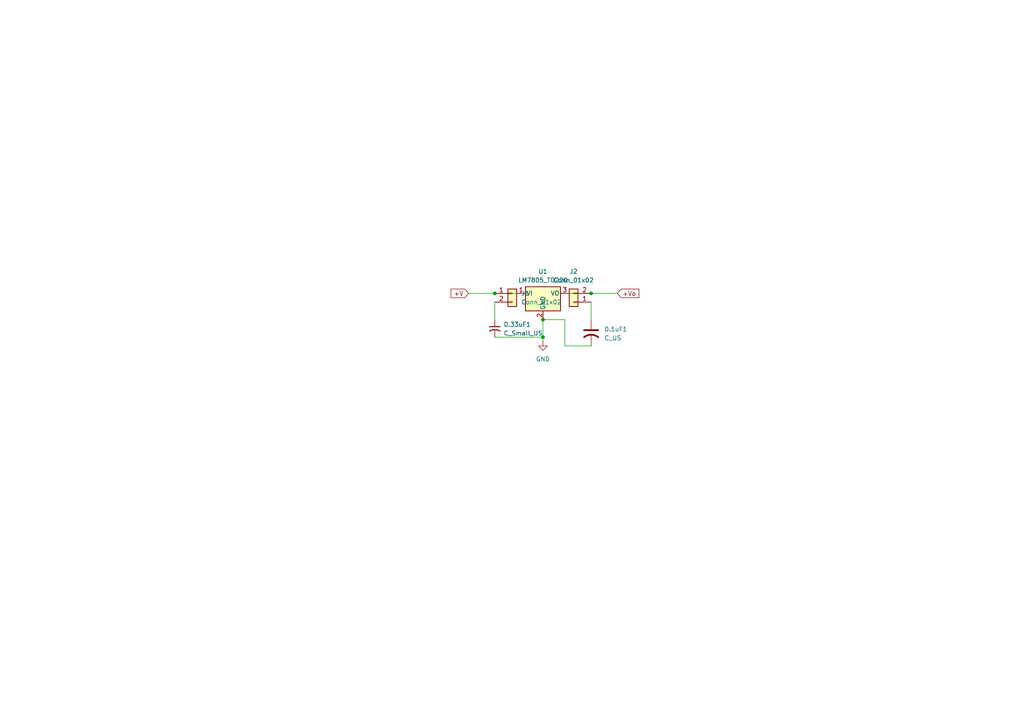
<source format=kicad_sch>
(kicad_sch (version 20250114) (generator "eeschema") (generator_version "9.0")
  (paper "A4")
  (lib_symbols
    (symbol "Connector_Generic:Conn_01x02" (pin_names (offset 1.016) (hide yes))
      (property "Reference" "J" (at 0 2.54 0))
      (property "Value" "Conn_01x02" (at 0 -5.08 0))
      (symbol "Conn_01x02_1_1"
        (rectangle (start -1.27 1.27) (end 1.27 -3.81) (stroke (width 0.254)) (fill (type background)))
        (rectangle (start -1.27 0.127) (end 0 -0.127) (stroke (width 0.1524)))
        (rectangle (start -1.27 -2.413) (end 0 -2.667) (stroke (width 0.1524)))
        (pin passive line (at -5.08 0 0) (length 3.81) (name "Pin_1") (number "1"))
        (pin passive line (at -5.08 -2.54 0) (length 3.81) (name "Pin_2") (number "2"))
      )
    )
    (symbol "Device:C_Small_US" (pin_numbers (hide yes)) (pin_names (offset 0.254) (hide yes))
      (property "Reference" "C" (at 0.254 1.778 0))
      (property "Value" "C_Small_US" (at 0.254 -2.032 0))
      (symbol "C_Small_US_0_1"
        (polyline (pts (xy -1.524 0.508) (xy 1.524 0.508)) (stroke (width 0.3048)))
        (arc (start -1.524 -0.762) (mid 0 -0.3734) (end 1.524 -0.762) (stroke (width 0.3048)))
      )
      (symbol "C_Small_US_1_1"
        (pin passive line (at 0 2.54 270) (length 2.032) (name "~") (number "1"))
        (pin passive line (at 0 -2.54 90) (length 2.032) (name "~") (number "2"))
      )
    )
    (symbol "Device:C_US" (pin_numbers (hide yes)) (pin_names (offset 0.254) (hide yes))
      (property "Reference" "C" (at 0.635 2.54 0))
      (property "Value" "C_US" (at 0.635 -2.54 0))
      (symbol "C_US_0_1"
        (polyline (pts (xy -2.032 0.762) (xy 2.032 0.762)) (stroke (width 0.508)))
        (arc (start -2.032 -1.27) (mid 0 -0.5572) (end 2.032 -1.27) (stroke (width 0.508)))
      )
      (symbol "C_US_1_1"
        (pin passive line (at 0 3.81 270) (length 2.794) (name "~") (number "1"))
        (pin passive line (at 0 -3.81 90) (length 3.302) (name "~") (number "2"))
      )
    )
    (symbol "Regulator_Linear:LM7805_TO220" (pin_names (offset 0.254))
      (property "Reference" "U" (at -3.81 3.175 0))
      (property "Value" "LM7805_TO220" (at 0 3.175 0))
      (symbol "LM7805_TO220_0_1"
        (rectangle (start -5.08 1.905) (end 5.08 -5.08) (stroke (width 0.254)) (fill (type background)))
      )
      (symbol "LM7805_TO220_1_1"
        (pin power_in line (at -7.62 0 0) (length 2.54) (name "VI") (number "1"))
        (pin power_in line (at 0 -7.62 90) (length 2.54) (name "GND") (number "2"))
        (pin power_out line (at 7.62 0 180) (length 2.54) (name "VO") (number "3"))
      )
    )
    (symbol "power:GND" (power) (pin_numbers (hide yes)) (pin_names (offset 0) (hide yes))
      (property "Value" "GND" (at 0 -3.81 0))
      (symbol "GND_0_1"
        (polyline (pts (xy 0 0) (xy 0 -1.27) (xy 1.27 -1.27) (xy 0 -2.54) (xy -1.27 -1.27) (xy 0 -1.27)))
      )
      (symbol "GND_1_1"
        (pin power_in line (at 0 0 270) (length 0) (name "~") (number "1"))
      )
    )
  )
  (junction (at 143.51 85.09))
  (junction (at 157.48 92.71))
  (junction (at 157.48 97.79))
  (junction (at 171.45 85.09))
  (wire (pts (xy 171.45 85.09) (xy 179.07 85.09)))
  (wire (pts (xy 143.51 87.63) (xy 143.51 92.71)))
  (wire (pts (xy 157.48 97.79) (xy 157.48 99.06)))
  (wire (pts (xy 163.83 92.71) (xy 157.48 92.71)))
  (wire (pts (xy 163.83 100.33) (xy 163.83 92.71)))
  (wire (pts (xy 171.45 87.63) (xy 171.45 92.71)))
  (wire (pts (xy 143.51 85.09) (xy 149.86 85.09)))
  (wire (pts (xy 135.89 85.09) (xy 143.51 85.09)))
  (wire (pts (xy 143.51 97.79) (xy 157.48 97.79)))
  (wire (pts (xy 171.45 100.33) (xy 163.83 100.33)))
  (wire (pts (xy 165.1 85.09) (xy 171.45 85.09)))
  (wire (pts (xy 157.48 92.71) (xy 157.48 97.79)))
  (global_label "+Vo" (shape input) (at 179.07 85.09 0) (property "Intersheetrefs" "${INTERSHEET_REFS}" (effects (hide yes))))
  (global_label "+V" (shape input) (at 135.89 85.09 180) (property "Intersheetrefs" "${INTERSHEET_REFS}" (effects (hide yes))))
  (symbol (lib_id "power:GND") (at 157.48 99.06 0) (unit 1)
    (property "Reference" "#PWR01" (effects (hide yes)))
    (property "Value" "GND" (at 157.48 104.14 0))
    (property "Description" "Power symbol creates a global label with name \"GND\" , ground" (effects (hide yes)))
  )
  (symbol (lib_id "Connector_Generic:Conn_01x02") (at 148.59 85.09 0) (unit 1)
    (property "Reference" "J1" (at 151.13 85.0899 0) (effects (justify left)))
    (property "Value" "Conn_01x02" (at 151.13 87.6299 0) (effects (justify left)))
    (property "Description" "Generic connector, single row, 01x02, script generated (kicad-library-utils/schlib/autogen/connector/)" (effects (hide yes)))
  )
  (symbol (lib_id "Device:C_US") (at 171.45 96.52 0) (unit 1)
    (property "Reference" "0.1uF1" (at 175.26 95.5039 0) (effects (justify left)))
    (property "Value" "C_US" (at 175.26 98.0439 0) (effects (justify left)))
    (property "Footprint" "Capacitor_THT:C_Disc_D5.0mm_W2.5mm_P5.00mm" (effects (hide yes)))
    (property "Description" "capacitor, US symbol" (effects (hide yes)))
  )
  (symbol (lib_id "Device:C_Small_US") (at 143.51 95.25 0) (unit 1)
    (property "Reference" "0.33uF1" (at 146.05 94.1069 0) (effects (justify left)))
    (property "Value" "C_Small_US" (at 146.05 96.6469 0) (effects (justify left)))
    (property "Footprint" "Capacitor_THT:C_Disc_D5.0mm_W2.5mm_P5.00mm" (effects (hide yes)))
    (property "Datasheet" "kicad-embed://LM7805 datasheet.pdf" (effects (hide yes)))
    (property "Description" "capacitor, small US symbol" (effects (hide yes)))
  )
  (symbol (lib_id "Connector_Generic:Conn_01x02") (at 166.37 87.63 180) (unit 1)
    (property "Reference" "J2" (at 166.37 78.74 0))
    (property "Value" "Conn_01x02" (at 166.37 81.28 0))
    (property "Footprint" "TerminalBlock:TerminalBlock_MaiXu_MX126-5.0-02P_1x02_P5.00mm" (effects (hide yes)))
    (property "Description" "Generic connector, single row, 01x02, script generated (kicad-library-utils/schlib/autogen/connector/)" (effects (hide yes)))
  )
  (symbol (lib_id "Regulator_Linear:LM7805_TO220") (at 157.48 85.09 0) (unit 1)
    (property "Reference" "U1" (at 157.48 78.74 0))
    (property "Value" "LM7805_TO220" (at 157.48 81.28 0))
    (property "Footprint" "Package_TO_SOT_THT:TO-220-3_Vertical" (effects (hide yes)))
    (property "Datasheet" "https://www.onsemi.cn/PowerSolutions/document/MC7800-D.PDF" (effects (hide yes)))
    (property "Description" "Positive 1A 35V Linear Regulator, Fixed Output 5V, TO-220" (effects (hide yes)))
  )
)
</source>
